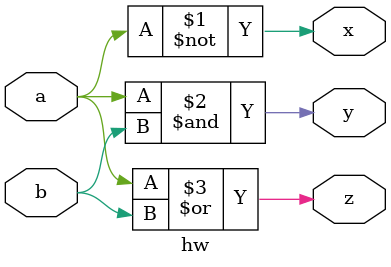
<source format=sv>
module hw(input logic a, b,
          output logic x,y,z);
  assign x = ~a ;
  assign y = a & b;
  assign z = a | b;
endmodule

</source>
